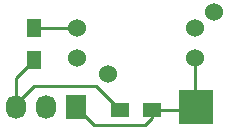
<source format=gtl>
G04 #@! TF.FileFunction,Copper,L1,Top,Signal*
%FSLAX46Y46*%
G04 Gerber Fmt 4.6, Leading zero omitted, Abs format (unit mm)*
G04 Created by KiCad (PCBNEW 4.0.2-stable) date Wednesday, January 18, 2017 'PMt' 01:33:48 PM*
%MOMM*%
G01*
G04 APERTURE LIST*
%ADD10C,0.100000*%
%ADD11R,1.300000X1.500000*%
%ADD12R,1.500000X1.300000*%
%ADD13C,1.524000*%
%ADD14R,3.000000X3.000000*%
%ADD15R,1.727200X2.032000*%
%ADD16O,1.727200X2.032000*%
%ADD17C,0.250000*%
G04 APERTURE END LIST*
D10*
D11*
X147574000Y-111332000D03*
X147574000Y-108632000D03*
D12*
X154860000Y-115570000D03*
X157560000Y-115570000D03*
D13*
X162810000Y-107255000D03*
X153860000Y-112455000D03*
X161210000Y-108585000D03*
X161210000Y-111125000D03*
X151210000Y-108585000D03*
X151210000Y-111125000D03*
D14*
X161290000Y-115316000D03*
D15*
X151130000Y-115316000D03*
D16*
X148590000Y-115316000D03*
X146050000Y-115316000D03*
D17*
X146050000Y-115316000D02*
X146050000Y-115062000D01*
X146050000Y-115062000D02*
X147574000Y-113538000D01*
X152828000Y-113538000D02*
X154860000Y-115570000D01*
X147574000Y-113538000D02*
X152828000Y-113538000D01*
X146050000Y-115316000D02*
X146050000Y-112856000D01*
X146050000Y-112856000D02*
X147574000Y-111332000D01*
X147574000Y-108632000D02*
X151163000Y-108632000D01*
X151163000Y-108632000D02*
X151210000Y-108585000D01*
X157560000Y-115570000D02*
X157560000Y-116252000D01*
X152654000Y-116840000D02*
X151130000Y-115316000D01*
X156972000Y-116840000D02*
X152654000Y-116840000D01*
X157560000Y-116252000D02*
X156972000Y-116840000D01*
X157560000Y-115570000D02*
X161036000Y-115570000D01*
X161036000Y-115570000D02*
X161290000Y-115316000D01*
X161210000Y-111125000D02*
X161210000Y-115236000D01*
X161210000Y-115236000D02*
X161290000Y-115316000D01*
M02*

</source>
